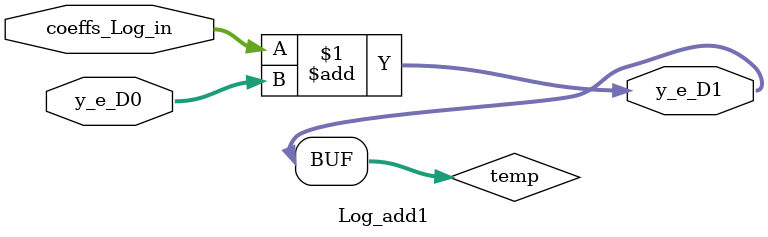
<source format=v>
`timescale 1ns/1ps
module Log_add1(coeffs_Log_in,y_e_D0,y_e_D1);

input [21:0] coeffs_Log_in,y_e_D0;
output [22:0] y_e_D1;
reg  [22:0] y_e_D1;

wire [22:0]temp;

//Addition of Coefficient c1 with output of multiplication module
assign temp = coeffs_Log_in + y_e_D0;

always@(coeffs_Log_in or y_e_D0 or temp)
begin
	y_e_D1 <= temp;	
end
endmodule 
</source>
